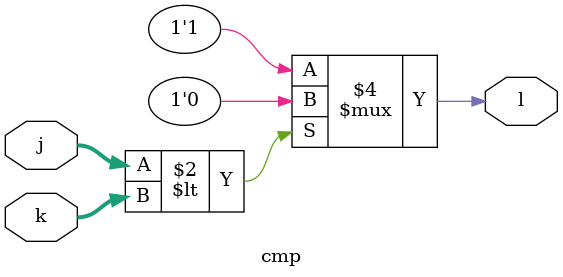
<source format=v>
module MAP(y,v);
input [1:0]y;
output v;
wire signed[2:0]a1,a2,a3,a4,b1,b2,b3,b4,c11,c12,c23,c24,c31,c32,c43,c44;
gamma g1(y,c11,c12,c23,c24,c31,c32,c43,c44);
beta h1(y,b1,b2,b3,b4);
alpha d1(y,a1,a2,a3,a4);
llr k1(a1,a2,a3,a4,b1,b2,b3,b4,c11,c12,c23,c24,c31,c32,c43,c44,v);
endmodule 



module gamma (y,c11,c12,c23,c24,c31,c32,c43,c44);
input  [1:0]y;
output signed[2:0]c11;
output signed[2:0]c12,c23,c24,c31,c32,c43,c44;
       assign c11 =  -y[1]-y[0];
       assign c12 =  y[1]+y[0];
       assign c23 =  y[1] - y[0];
       assign c24 =  y[0] - y[1];
       assign c31 =  y[1]+y[0];
       assign c32 =  -y[1]-y[0];
       assign c43 =  y[0]-y[1];
       assign c44 =  y[1]-y[0];         
endmodule

module beta(y,b1,b2,b3,b4);
input [1:0]y;
output signed[2:0]b1,b2,b3,b4;
assign b1 = 3'b001;
assign b2 = 3'b000;
assign b3 = 3'b000;
assign b4 = 3'b000;
endmodule 

module alpha(y,a1,a2,a3,a4);
input [1:0]y;
output signed[2:0]a1,a2,a3,a4;
assign a1 = 3'b001;
assign a2 = 3'b000;
assign a3 = 3'b000;
assign a4 = 3'b000;
endmodule  

module llr(
input signed[2:0]a1,a2,a3,a4,b1,b2,b3,b4,c11,c12,c23,c24,c31,c32,c43,c44,
output v
);
wire signed[3:0]w11,w12,w23,w24,w31,w32,w43,w44,l1,l0;
assign w11 = a1 + c11 + b1;
assign w12 = a1 + c12 + b2;
assign w23 = a2 + c23 + b3;
assign w24 = a2 + c24 + b4;
assign w31 = a3 + c31 + b1;
assign w32 = a3 + c32 + b2;
assign w43 = a4 + c43 + b3;
assign w44 = a4 + c44 + b4;
maximum m1(w11,w23,w31,w43,l0);
maximum m2(w12,w24,w32,w44,l1);
cmp c1(l1,l0,v);
endmodule 

module maximum(a,b,c,d,e);
input signed[3:0] a,b,c,d;
output signed[3:0]e;
wire signed[3:0]s1,s2;
max m3(a,b,s1);
max m4(s1,c,s2);
max m5(s2,d,e); 
endmodule

module  max(g,h,i);
input signed[3:0]g,h;
output reg signed [3:0]i;
always @ (g or h)
        begin 
                if (g > h)begin 
                    i = g;
                end 
                else begin 
                    i = h;
                end
        end
endmodule

module cmp(j,k,l);
input signed[3:0]j,k;
output reg l;
always @(j or k)
begin 
        if (j<k)begin 
            l = 0;
        end 
        else begin 
            l = 1;
        end
     end
endmodule                                                          
</source>
